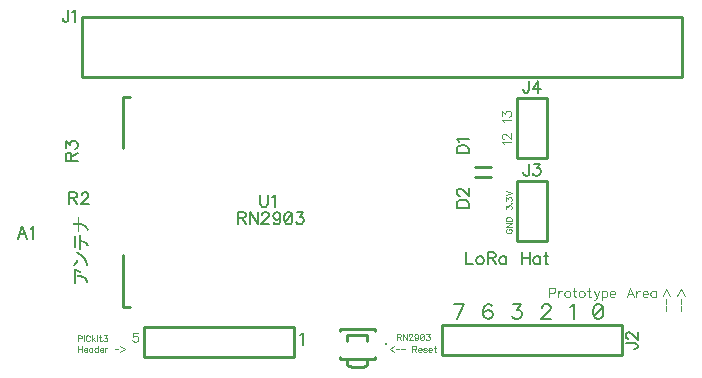
<source format=gbr>
G04 DipTrace 3.1.0.0*
G04 TopSilk.gbr*
%MOMM*%
G04 #@! TF.FileFunction,Legend,Top*
G04 #@! TF.Part,Single*
%ADD10C,0.254*%
%ADD13C,0.06667*%
%ADD31C,0.29999*%
%ADD75C,0.15686*%
%ADD76C,0.19608*%
%ADD77C,0.11765*%
%ADD78C,0.07843*%
%FSLAX35Y35*%
G04*
G71*
G90*
G75*
G01*
G04 TopSilk*
%LPD*%
X5179951Y2630054D2*
D10*
X5050051D1*
Y2539947D2*
X5179951D1*
X6796667Y3390001D2*
Y3898001D1*
X1716667Y3390001D2*
Y3898001D1*
X6796667D1*
X1716667Y3390001D2*
X6796667D1*
X6287001Y1287001D2*
X4763001D1*
X6287001Y1033001D2*
X4763001D1*
X6287001Y1287001D2*
Y1033001D1*
X4763001Y1287001D2*
Y1033001D1*
X5403001Y1999001D2*
X5657001D1*
X5403001Y2507001D2*
Y1999001D1*
Y2507001D2*
X5657001D1*
Y1999001D1*
Y3211001D2*
X5403001D1*
X5657001Y2703001D2*
Y3211001D1*
Y2703001D2*
X5403001D1*
Y3211001D1*
X2243334Y1274001D2*
Y1020001D1*
X3513334Y1274001D2*
X2243334D1*
X3513334Y1020001D2*
X2243334D1*
X3513334Y1274001D2*
Y1020001D1*
X4135009Y1205016D2*
X3965018D1*
X4200076Y1255001D2*
X3900044D1*
X4200076Y1005011D2*
X3900044D1*
X3965018Y1205016D2*
Y1154998D1*
X4135009Y1205016D2*
Y1154998D1*
X3900044Y1255001D2*
Y1239986D1*
X4200076Y1255001D2*
Y1239986D1*
X3900044Y1005011D2*
Y1019993D1*
X4200076Y1005011D2*
Y1019993D1*
X4135009Y1005011D2*
Y949988D1*
X4095011Y930001D1*
X4005062D1*
X3965018Y1005011D2*
Y949988D1*
X4005062Y930001D1*
D31*
X4290095Y1129989D3*
X2068476Y1885756D2*
D10*
Y1443879D1*
X2129067D1*
X2068476Y2784905D2*
Y3221789D1*
X2129067D1*
X1681334Y2204001D2*
D13*
X1688001D1*
X1681334Y2200667D2*
X1688001D1*
X1681334Y2197334D2*
X1688001D1*
X1681334Y2194001D2*
X1688001D1*
X1681334Y2190667D2*
X1688001D1*
X1681334Y2187334D2*
X1688001D1*
X1681334Y2184001D2*
X1688001D1*
X1681334Y2180667D2*
X1688001D1*
X1681334Y2177334D2*
X1688001D1*
X1681334Y2174001D2*
X1688001D1*
X1681334Y2170667D2*
X1688001D1*
X1681334Y2167334D2*
X1688001D1*
X1681334Y2164001D2*
X1688001D1*
X1681334Y2160667D2*
X1688001D1*
X1681334Y2157334D2*
X1688001D1*
X1644667Y2154001D2*
X1701951D1*
X1644667Y2150667D2*
X1713860D1*
X1644667Y2147334D2*
X1723177D1*
X1681334Y2144001D2*
X1688001D1*
X1710666D2*
X1730316D1*
X1681334Y2140667D2*
X1688001D1*
X1719152D2*
X1735913D1*
X1681334Y2137334D2*
X1688001D1*
X1726380D2*
X1740423D1*
X1681334Y2134001D2*
X1688001D1*
X1732234D2*
X1744286D1*
X1681334Y2130667D2*
X1688001D1*
X1736927D2*
X1747731D1*
X1681334Y2127334D2*
X1688001D1*
X1740885D2*
X1750715D1*
X1681334Y2124001D2*
X1688001D1*
X1744371D2*
X1753166D1*
X1681334Y2120667D2*
X1688001D1*
X1747372D2*
X1755232D1*
X1681334Y2117334D2*
X1688001D1*
X1749829D2*
X1757176D1*
X1681334Y2114001D2*
X1688001D1*
X1751897D2*
X1759230D1*
X1681334Y2110667D2*
X1688001D1*
X1753842D2*
X1761414D1*
X1681334Y2107334D2*
X1688001D1*
X1755887D2*
X1763552D1*
X1681334Y2104001D2*
X1688001D1*
X1757980D2*
X1765723D1*
X1681334Y2100667D2*
X1688001D1*
X1759787D2*
X1768001D1*
X1681334Y2097334D2*
X1688001D1*
X1761334D2*
X1764667D1*
X1681334Y2094001D2*
X1688001D1*
X1681334Y2090667D2*
X1688001D1*
X1681334Y2087334D2*
X1688001D1*
X1681334Y2084001D2*
X1688001D1*
X1694667Y2054001D2*
X1701334D1*
X1694667Y2050667D2*
X1701334D1*
X1694667Y2047334D2*
X1701334D1*
X1651334Y2044001D2*
X1658001D1*
X1694667D2*
X1701334D1*
X1651334Y2040667D2*
X1658001D1*
X1694667D2*
X1701334D1*
X1651334Y2037334D2*
X1658001D1*
X1694667D2*
X1701334D1*
X1651334Y2034001D2*
X1658001D1*
X1694667D2*
X1701334D1*
X1651334Y2030667D2*
X1658001D1*
X1694667D2*
X1701334D1*
X1651334Y2027334D2*
X1658001D1*
X1694667D2*
X1701334D1*
X1651334Y2024001D2*
X1658001D1*
X1694667D2*
X1701334D1*
X1651334Y2020667D2*
X1658001D1*
X1694667D2*
X1701334D1*
X1651334Y2017334D2*
X1658001D1*
X1694667D2*
X1701334D1*
X1651334Y2014001D2*
X1658001D1*
X1694667D2*
X1701334D1*
X1651334Y2010667D2*
X1658001D1*
X1694667D2*
X1701334D1*
X1651334Y2007334D2*
X1658001D1*
X1694667D2*
X1701334D1*
X1651334Y2004001D2*
X1658001D1*
X1694667D2*
X1716421D1*
X1651334Y2000667D2*
X1658001D1*
X1694667D2*
X1728771D1*
X1651334Y1997334D2*
X1658001D1*
X1694667D2*
X1738085D1*
X1651334Y1994001D2*
X1658001D1*
X1694667D2*
X1701334D1*
X1731194D2*
X1744897D1*
X1651334Y1990667D2*
X1658001D1*
X1694667D2*
X1701334D1*
X1737303D2*
X1749881D1*
X1651334Y1987334D2*
X1658001D1*
X1694667D2*
X1701334D1*
X1742603D2*
X1753586D1*
X1651334Y1984001D2*
X1658001D1*
X1694667D2*
X1701334D1*
X1746944D2*
X1756437D1*
X1651334Y1980667D2*
X1658001D1*
X1694667D2*
X1701334D1*
X1750384D2*
X1758912D1*
X1651334Y1977334D2*
X1658001D1*
X1694667D2*
X1701334D1*
X1753036D2*
X1761168D1*
X1651334Y1974001D2*
X1658001D1*
X1694667D2*
X1701334D1*
X1755181D2*
X1762982D1*
X1651334Y1970667D2*
X1658001D1*
X1694667D2*
X1701334D1*
X1757139D2*
X1764490D1*
X1651334Y1967334D2*
X1658001D1*
X1694667D2*
X1701334D1*
X1759167D2*
X1766141D1*
X1651334Y1964001D2*
X1658001D1*
X1694667D2*
X1701334D1*
X1761334D2*
X1768001D1*
X1651334Y1960667D2*
X1658001D1*
X1694667D2*
X1701334D1*
X1651334Y1957334D2*
X1658001D1*
X1694667D2*
X1701334D1*
X1651334Y1954001D2*
X1658001D1*
X1694667D2*
X1701334D1*
X1651334Y1950667D2*
X1658001D1*
X1694667D2*
X1701334D1*
X1651334Y1947334D2*
X1658001D1*
X1694667D2*
X1701334D1*
X1694667Y1944001D2*
X1701334D1*
X1694667Y1940667D2*
X1701334D1*
X1694667Y1937334D2*
X1701334D1*
X1694667Y1934001D2*
X1701334D1*
X1671334Y1907334D2*
X1678001D1*
X1673771Y1904001D2*
X1684540D1*
X1677413Y1900667D2*
X1690767D1*
X1682041Y1897334D2*
X1696504D1*
X1687036Y1894001D2*
X1701774D1*
X1692089Y1890667D2*
X1706623D1*
X1697120Y1887334D2*
X1711198D1*
X1702021Y1884001D2*
X1715732D1*
X1706595Y1880667D2*
X1720083D1*
X1710680Y1877334D2*
X1723952D1*
X1714392Y1874001D2*
X1727196D1*
X1717893Y1870667D2*
X1729882D1*
X1721281Y1867334D2*
X1732410D1*
X1724523Y1864001D2*
X1735068D1*
X1727441Y1860667D2*
X1737663D1*
X1729966Y1857334D2*
X1739942D1*
X1732328Y1854001D2*
X1741926D1*
X1734643Y1850667D2*
X1743740D1*
X1736752Y1847334D2*
X1745464D1*
X1738651Y1844001D2*
X1747143D1*
X1740429Y1840667D2*
X1748711D1*
X1671334Y1837334D2*
X1674667D1*
X1742139D2*
X1750063D1*
X1669539Y1834001D2*
X1678001D1*
X1743812D2*
X1751250D1*
X1667176Y1830667D2*
X1675807D1*
X1745379D2*
X1752543D1*
X1664445Y1827334D2*
X1673466D1*
X1746730D2*
X1753989D1*
X1661751Y1824001D2*
X1670777D1*
X1747917D2*
X1755450D1*
X1659316Y1820667D2*
X1667887D1*
X1749209D2*
X1756756D1*
X1656987Y1817334D2*
X1665126D1*
X1750656D2*
X1757913D1*
X1654672Y1814001D2*
X1662651D1*
X1752103D2*
X1759082D1*
X1652451Y1810667D2*
X1660209D1*
X1753306D2*
X1760115D1*
X1650124Y1807334D2*
X1657592D1*
X1754155D2*
X1760890D1*
X1647483Y1804001D2*
X1655087D1*
X1754953D2*
X1761741D1*
X1644667Y1800667D2*
X1653041D1*
X1755945D2*
X1763037D1*
X1648001Y1797334D2*
X1651334D1*
X1757006D2*
X1764667D1*
X1758001Y1794001D2*
X1761334D1*
X1651334Y1764001D2*
X1658001D1*
X1651334Y1760667D2*
X1667745D1*
X1651334Y1757334D2*
X1676313D1*
X1651334Y1754001D2*
X1658001D1*
X1664400D2*
X1683818D1*
X1651334Y1750667D2*
X1658001D1*
X1673403D2*
X1690360D1*
X1651334Y1747334D2*
X1658001D1*
X1681122D2*
X1695860D1*
X1651334Y1744001D2*
X1658001D1*
X1687539D2*
X1700462D1*
X1651334Y1740667D2*
X1658001D1*
X1693004D2*
X1704667D1*
X1651334Y1737334D2*
X1658001D1*
X1698001D2*
X1701334D1*
X1651334Y1734001D2*
X1658001D1*
X1651334Y1730667D2*
X1658001D1*
X1651334Y1727334D2*
X1658001D1*
X1651334Y1724001D2*
X1658001D1*
X1651334Y1720667D2*
X1658001D1*
X1651334Y1717334D2*
X1658001D1*
X1651334Y1714001D2*
X1658001D1*
X1651334Y1710667D2*
X1658001D1*
X1678001D2*
X1704667D1*
X1651334Y1707334D2*
X1658001D1*
X1678001D2*
X1715810D1*
X1651334Y1704001D2*
X1658001D1*
X1678001D2*
X1724791D1*
X1651334Y1700667D2*
X1658001D1*
X1699116D2*
X1731557D1*
X1651334Y1697334D2*
X1658001D1*
X1714868D2*
X1736660D1*
X1651334Y1694001D2*
X1658001D1*
X1725320D2*
X1740786D1*
X1651334Y1690667D2*
X1658001D1*
X1732151D2*
X1744335D1*
X1651334Y1687334D2*
X1658001D1*
X1737005D2*
X1747360D1*
X1651334Y1684001D2*
X1658001D1*
X1740840D2*
X1749825D1*
X1651334Y1680667D2*
X1658001D1*
X1743970D2*
X1751883D1*
X1651334Y1677334D2*
X1658001D1*
X1746473D2*
X1753725D1*
X1651334Y1674001D2*
X1658001D1*
X1748543D2*
X1755458D1*
X1651334Y1670667D2*
X1658001D1*
X1750390D2*
X1757154D1*
X1651334Y1667334D2*
X1658001D1*
X1752125D2*
X1758838D1*
X1651334Y1664001D2*
X1658001D1*
X1753810D2*
X1760597D1*
X1651334Y1660667D2*
X1658001D1*
X1755397D2*
X1762543D1*
X1651334Y1657334D2*
X1658001D1*
X1756789D2*
X1764667D1*
X1651334Y1654001D2*
X1658001D1*
X1758001D2*
X1761334D1*
X1651334Y1650667D2*
X1658001D1*
X1651334Y1647334D2*
X1658001D1*
X1681334Y2204001D2*
Y2200667D1*
Y2197334D1*
Y2194001D1*
Y2190667D1*
Y2187334D1*
Y2184001D1*
Y2180667D1*
Y2177334D1*
Y2174001D1*
Y2170667D1*
Y2167334D1*
Y2164001D1*
Y2160667D1*
Y2157334D1*
Y2154001D1*
X1644667D1*
Y2150667D1*
Y2147334D1*
Y2144001D1*
X1681334D1*
Y2140667D1*
Y2137334D1*
Y2134001D1*
Y2130667D1*
Y2127334D1*
Y2124001D1*
Y2120667D1*
Y2117334D1*
Y2114001D1*
Y2110667D1*
Y2107334D1*
Y2104001D1*
Y2100667D1*
Y2097334D1*
Y2094001D1*
Y2090667D1*
Y2087334D1*
Y2084001D1*
X1688001Y2204001D2*
Y2200667D1*
Y2197334D1*
Y2194001D1*
Y2190667D1*
Y2187334D1*
Y2184001D1*
Y2180667D1*
Y2177334D1*
Y2174001D1*
Y2170667D1*
Y2167334D1*
Y2164001D1*
Y2160667D1*
Y2157334D1*
X1701951Y2154001D1*
X1713860Y2150667D1*
X1723177Y2147334D1*
X1730316Y2144001D1*
X1735913Y2140667D1*
X1740423Y2137334D1*
X1744286Y2134001D1*
X1747731Y2130667D1*
X1750715Y2127334D1*
X1753166Y2124001D1*
X1755232Y2120667D1*
X1757176Y2117334D1*
X1759230Y2114001D1*
X1761414Y2110667D1*
X1763552Y2107334D1*
X1765723Y2104001D1*
X1768001Y2100667D1*
X1764667Y2097334D1*
X1688001Y2147334D2*
Y2144001D1*
Y2140667D1*
Y2137334D1*
Y2134001D1*
Y2130667D1*
Y2127334D1*
Y2124001D1*
Y2120667D1*
Y2117334D1*
Y2114001D1*
Y2110667D1*
Y2107334D1*
Y2104001D1*
Y2100667D1*
Y2097334D1*
Y2094001D1*
Y2090667D1*
Y2087334D1*
Y2084001D1*
X1701334Y2147334D2*
X1710666Y2144001D1*
X1719152Y2140667D1*
X1726380Y2137334D1*
X1732234Y2134001D1*
X1736927Y2130667D1*
X1740885Y2127334D1*
X1744371Y2124001D1*
X1747372Y2120667D1*
X1749829Y2117334D1*
X1751897Y2114001D1*
X1753842Y2110667D1*
X1755887Y2107334D1*
X1757980Y2104001D1*
X1759787Y2100667D1*
X1761334Y2097334D1*
X1694667Y2054001D2*
Y2050667D1*
Y2047334D1*
Y2044001D1*
Y2040667D1*
Y2037334D1*
Y2034001D1*
Y2030667D1*
Y2027334D1*
Y2024001D1*
Y2020667D1*
Y2017334D1*
Y2014001D1*
Y2010667D1*
Y2007334D1*
Y2004001D1*
Y2000667D1*
Y1997334D1*
Y1994001D1*
Y1990667D1*
Y1987334D1*
Y1984001D1*
Y1980667D1*
Y1977334D1*
Y1974001D1*
Y1970667D1*
Y1967334D1*
Y1964001D1*
Y1960667D1*
Y1957334D1*
Y1954001D1*
Y1950667D1*
Y1947334D1*
Y1944001D1*
Y1940667D1*
Y1937334D1*
Y1934001D1*
X1701334Y2054001D2*
Y2050667D1*
Y2047334D1*
Y2044001D1*
Y2040667D1*
Y2037334D1*
Y2034001D1*
Y2030667D1*
Y2027334D1*
Y2024001D1*
Y2020667D1*
Y2017334D1*
Y2014001D1*
Y2010667D1*
Y2007334D1*
X1716421Y2004001D1*
X1728771Y2000667D1*
X1738085Y1997334D1*
X1744897Y1994001D1*
X1749881Y1990667D1*
X1753586Y1987334D1*
X1756437Y1984001D1*
X1758912Y1980667D1*
X1761168Y1977334D1*
X1762982Y1974001D1*
X1764490Y1970667D1*
X1766141Y1967334D1*
X1768001Y1964001D1*
X1651334Y2044001D2*
Y2040667D1*
Y2037334D1*
Y2034001D1*
Y2030667D1*
Y2027334D1*
Y2024001D1*
Y2020667D1*
Y2017334D1*
Y2014001D1*
Y2010667D1*
Y2007334D1*
Y2004001D1*
Y2000667D1*
Y1997334D1*
Y1994001D1*
Y1990667D1*
Y1987334D1*
Y1984001D1*
Y1980667D1*
Y1977334D1*
Y1974001D1*
Y1970667D1*
Y1967334D1*
Y1964001D1*
Y1960667D1*
Y1957334D1*
Y1954001D1*
Y1950667D1*
Y1947334D1*
X1658001Y2044001D2*
Y2040667D1*
Y2037334D1*
Y2034001D1*
Y2030667D1*
Y2027334D1*
Y2024001D1*
Y2020667D1*
Y2017334D1*
Y2014001D1*
Y2010667D1*
Y2007334D1*
Y2004001D1*
Y2000667D1*
Y1997334D1*
Y1994001D1*
Y1990667D1*
Y1987334D1*
Y1984001D1*
Y1980667D1*
Y1977334D1*
Y1974001D1*
Y1970667D1*
Y1967334D1*
Y1964001D1*
Y1960667D1*
Y1957334D1*
Y1954001D1*
Y1950667D1*
Y1947334D1*
X1701334Y1997334D2*
Y1994001D1*
Y1990667D1*
Y1987334D1*
Y1984001D1*
Y1980667D1*
Y1977334D1*
Y1974001D1*
Y1970667D1*
Y1967334D1*
Y1964001D1*
Y1960667D1*
Y1957334D1*
Y1954001D1*
Y1950667D1*
Y1947334D1*
Y1944001D1*
Y1940667D1*
Y1937334D1*
Y1934001D1*
X1724667Y1997334D2*
X1731194Y1994001D1*
X1737303Y1990667D1*
X1742603Y1987334D1*
X1746944Y1984001D1*
X1750384Y1980667D1*
X1753036Y1977334D1*
X1755181Y1974001D1*
X1757139Y1970667D1*
X1759167Y1967334D1*
X1761334Y1964001D1*
X1671334Y1907334D2*
X1673771Y1904001D1*
X1677413Y1900667D1*
X1682041Y1897334D1*
X1687036Y1894001D1*
X1692089Y1890667D1*
X1697120Y1887334D1*
X1702021Y1884001D1*
X1706595Y1880667D1*
X1710680Y1877334D1*
X1714392Y1874001D1*
X1717893Y1870667D1*
X1721281Y1867334D1*
X1724523Y1864001D1*
X1727441Y1860667D1*
X1729966Y1857334D1*
X1732328Y1854001D1*
X1734643Y1850667D1*
X1736752Y1847334D1*
X1738651Y1844001D1*
X1740429Y1840667D1*
X1742139Y1837334D1*
X1743812Y1834001D1*
X1745379Y1830667D1*
X1746730Y1827334D1*
X1747917Y1824001D1*
X1749209Y1820667D1*
X1750656Y1817334D1*
X1752103Y1814001D1*
X1753306Y1810667D1*
X1754155Y1807334D1*
X1754953Y1804001D1*
X1755945Y1800667D1*
X1757006Y1797334D1*
X1758001Y1794001D1*
X1678001Y1907334D2*
X1684540Y1904001D1*
X1690767Y1900667D1*
X1696504Y1897334D1*
X1701774Y1894001D1*
X1706623Y1890667D1*
X1711198Y1887334D1*
X1715732Y1884001D1*
X1720083Y1880667D1*
X1723952Y1877334D1*
X1727196Y1874001D1*
X1729882Y1870667D1*
X1732410Y1867334D1*
X1735068Y1864001D1*
X1737663Y1860667D1*
X1739942Y1857334D1*
X1741926Y1854001D1*
X1743740Y1850667D1*
X1745464Y1847334D1*
X1747143Y1844001D1*
X1748711Y1840667D1*
X1750063Y1837334D1*
X1751250Y1834001D1*
X1752543Y1830667D1*
X1753989Y1827334D1*
X1755450Y1824001D1*
X1756756Y1820667D1*
X1757913Y1817334D1*
X1759082Y1814001D1*
X1760115Y1810667D1*
X1760890Y1807334D1*
X1761741Y1804001D1*
X1763037Y1800667D1*
X1764667Y1797334D1*
X1761334Y1794001D1*
X1671334Y1837334D2*
X1669539Y1834001D1*
X1667176Y1830667D1*
X1664445Y1827334D1*
X1661751Y1824001D1*
X1659316Y1820667D1*
X1656987Y1817334D1*
X1654672Y1814001D1*
X1652451Y1810667D1*
X1650124Y1807334D1*
X1647483Y1804001D1*
X1644667Y1800667D1*
X1648001Y1797334D1*
X1674667Y1837334D2*
X1678001Y1834001D1*
X1675807Y1830667D1*
X1673466Y1827334D1*
X1670777Y1824001D1*
X1667887Y1820667D1*
X1665126Y1817334D1*
X1662651Y1814001D1*
X1660209Y1810667D1*
X1657592Y1807334D1*
X1655087Y1804001D1*
X1653041Y1800667D1*
X1651334Y1797334D1*
Y1764001D2*
Y1760667D1*
Y1757334D1*
Y1754001D1*
Y1750667D1*
Y1747334D1*
Y1744001D1*
Y1740667D1*
Y1737334D1*
Y1734001D1*
Y1730667D1*
Y1727334D1*
Y1724001D1*
Y1720667D1*
Y1717334D1*
Y1714001D1*
Y1710667D1*
Y1707334D1*
Y1704001D1*
Y1700667D1*
Y1697334D1*
Y1694001D1*
Y1690667D1*
Y1687334D1*
Y1684001D1*
Y1680667D1*
Y1677334D1*
Y1674001D1*
Y1670667D1*
Y1667334D1*
Y1664001D1*
Y1660667D1*
Y1657334D1*
Y1654001D1*
Y1650667D1*
Y1647334D1*
X1658001Y1764001D2*
X1667745Y1760667D1*
X1676313Y1757334D1*
X1683818Y1754001D1*
X1690360Y1750667D1*
X1695860Y1747334D1*
X1700462Y1744001D1*
X1704667Y1740667D1*
X1701334Y1737334D1*
X1658001Y1757334D2*
Y1754001D1*
Y1750667D1*
Y1747334D1*
Y1744001D1*
Y1740667D1*
Y1737334D1*
Y1734001D1*
Y1730667D1*
Y1727334D1*
Y1724001D1*
Y1720667D1*
Y1717334D1*
Y1714001D1*
Y1710667D1*
Y1707334D1*
Y1704001D1*
Y1700667D1*
Y1697334D1*
Y1694001D1*
Y1690667D1*
Y1687334D1*
Y1684001D1*
Y1680667D1*
Y1677334D1*
Y1674001D1*
Y1670667D1*
Y1667334D1*
Y1664001D1*
Y1660667D1*
Y1657334D1*
Y1654001D1*
Y1650667D1*
Y1647334D1*
X1654667Y1757334D2*
X1664400Y1754001D1*
X1673403Y1750667D1*
X1681122Y1747334D1*
X1687539Y1744001D1*
X1693004Y1740667D1*
X1698001Y1737334D1*
X1678001Y1710667D2*
Y1707334D1*
Y1704001D1*
X1699116Y1700667D1*
X1714868Y1697334D1*
X1725320Y1694001D1*
X1732151Y1690667D1*
X1737005Y1687334D1*
X1740840Y1684001D1*
X1743970Y1680667D1*
X1746473Y1677334D1*
X1748543Y1674001D1*
X1750390Y1670667D1*
X1752125Y1667334D1*
X1753810Y1664001D1*
X1755397Y1660667D1*
X1756789Y1657334D1*
X1758001Y1654001D1*
X1704667Y1710667D2*
X1715810Y1707334D1*
X1724791Y1704001D1*
X1731557Y1700667D1*
X1736660Y1697334D1*
X1740786Y1694001D1*
X1744335Y1690667D1*
X1747360Y1687334D1*
X1749825Y1684001D1*
X1751883Y1680667D1*
X1753725Y1677334D1*
X1755458Y1674001D1*
X1757154Y1670667D1*
X1758838Y1667334D1*
X1760597Y1664001D1*
X1762543Y1660667D1*
X1764667Y1657334D1*
X1761334Y1654001D1*
X1252107Y2022093D2*
D75*
X1213136Y2124180D1*
X1174278Y2022093D1*
X1188878Y2056122D2*
X1237507D1*
X1283479Y2104639D2*
X1293250Y2109580D1*
X1307850Y2124068D1*
Y2022093D1*
X4891211Y2743127D2*
X4993299D1*
Y2777156D1*
X4988358Y2791756D1*
X4978699Y2801526D1*
X4968928Y2806356D1*
X4954441Y2811185D1*
X4930070D1*
X4915470Y2806356D1*
X4905811Y2801527D1*
X4896041Y2791756D1*
X4891211Y2777156D1*
Y2743127D1*
X4910753Y2842558D2*
X4905811Y2852328D1*
X4891324Y2866928D1*
X4993299D1*
X4891211Y2281229D2*
X4993299D1*
Y2315259D1*
X4988358Y2329859D1*
X4978699Y2339629D1*
X4968928Y2344459D1*
X4954441Y2349288D1*
X4930070D1*
X4915470Y2344459D1*
X4905811Y2339629D1*
X4896041Y2329859D1*
X4891211Y2315259D1*
Y2281229D1*
X4915582Y2385602D2*
X4910753D1*
X4900982Y2390431D1*
X4896153Y2395260D1*
X4891324Y2405031D1*
Y2424460D1*
X4896153Y2434119D1*
X4900982Y2438948D1*
X4910753Y2443889D1*
X4920411D1*
X4930182Y2438948D1*
X4944670Y2429289D1*
X4993299Y2380660D1*
Y2448719D1*
X1603110Y3956790D2*
Y3879073D1*
X1598281Y3864473D1*
X1593339Y3859644D1*
X1583681Y3854702D1*
X1573910D1*
X1564252Y3859644D1*
X1559422Y3864473D1*
X1554481Y3879073D1*
Y3888731D1*
X1634483Y3937248D2*
X1644253Y3942190D1*
X1658853Y3956678D1*
Y3854702D1*
X6321461Y1134600D2*
X6399178D1*
X6413778Y1129771D1*
X6418607Y1124829D1*
X6423548Y1115171D1*
Y1105400D1*
X6418607Y1095742D1*
X6413778Y1090912D1*
X6399178Y1085971D1*
X6389519D1*
X6345832Y1170914D2*
X6341002D1*
X6331232Y1175743D1*
X6326402Y1180572D1*
X6321573Y1190343D1*
Y1209772D1*
X6326402Y1219431D1*
X6331232Y1224260D1*
X6341002Y1229202D1*
X6350661D1*
X6360432Y1224260D1*
X6374919Y1214602D1*
X6423548Y1165972D1*
Y1234031D1*
X5504600Y2655790D2*
Y2578073D1*
X5499770Y2563473D1*
X5494829Y2558644D1*
X5485170Y2553702D1*
X5475400D1*
X5465741Y2558644D1*
X5460912Y2563473D1*
X5455970Y2578073D1*
Y2587731D1*
X5545743Y2655678D2*
X5599089D1*
X5570001Y2616819D1*
X5584601D1*
X5594260Y2611990D1*
X5599089Y2607161D1*
X5604031Y2592561D1*
Y2582902D1*
X5599089Y2568302D1*
X5589431Y2558531D1*
X5574831Y2553702D1*
X5560231D1*
X5545743Y2558531D1*
X5540914Y2563473D1*
X5535972Y2573131D1*
X5502185Y3359790D2*
Y3282073D1*
X5497356Y3267473D1*
X5492414Y3262644D1*
X5482756Y3257702D1*
X5472985D1*
X5463327Y3262644D1*
X5458497Y3267473D1*
X5453556Y3282073D1*
Y3291731D1*
X5582187Y3257702D2*
Y3359678D1*
X5533558Y3291731D1*
X5606445D1*
X1611256Y2366911D2*
X1654943D1*
X1669543Y2371853D1*
X1674485Y2376682D1*
X1679314Y2386340D1*
Y2396111D1*
X1674485Y2405770D1*
X1669543Y2410711D1*
X1654943Y2415540D1*
X1611256D1*
Y2313453D1*
X1645285Y2366911D2*
X1679314Y2313453D1*
X1715628Y2391170D2*
Y2395999D1*
X1720458Y2405770D1*
X1725287Y2410599D1*
X1735058Y2415428D1*
X1754487D1*
X1764145Y2410599D1*
X1768975Y2405770D1*
X1773916Y2395999D1*
Y2386340D1*
X1768975Y2376570D1*
X1759316Y2362082D1*
X1710687Y2313453D1*
X1778745D1*
X1629840Y2681256D2*
X1629841Y2724944D1*
X1624899Y2739544D1*
X1620070Y2744485D1*
X1610411Y2749315D1*
X1600641D1*
X1590982Y2744485D1*
X1586041Y2739544D1*
X1581211Y2724944D1*
Y2681256D1*
X1683299D1*
X1629841Y2715285D2*
X1683299Y2749314D1*
X1581324Y2790458D2*
Y2843804D1*
X1620182Y2814716D1*
Y2829316D1*
X1625011Y2838975D1*
X1629841Y2843804D1*
X1644441Y2848745D1*
X1654099D1*
X1668699Y2843804D1*
X1678470Y2834145D1*
X1683299Y2819545D1*
Y2804945D1*
X1678470Y2790458D1*
X1673528Y2785628D1*
X1663870Y2780687D1*
X3226083Y2389998D2*
Y2317111D1*
X3230912Y2302511D1*
X3240683Y2292852D1*
X3255283Y2287911D1*
X3264941D1*
X3279541Y2292852D1*
X3289312Y2302511D1*
X3294141Y2317111D1*
Y2389998D1*
X3325514Y2370457D2*
X3335285Y2375398D1*
X3349885Y2389886D1*
Y2287911D1*
X4894484Y1338923D2*
D76*
X4955271Y1466392D1*
X4870198D1*
X5190793Y1448282D2*
X5184756Y1460355D1*
X5166506Y1466392D1*
X5154433D1*
X5136183Y1460355D1*
X5123970Y1442105D1*
X5117933Y1411782D1*
Y1381459D1*
X5123970Y1357173D1*
X5136183Y1344959D1*
X5154433Y1338923D1*
X5160470D1*
X5178579Y1344959D1*
X5190793Y1357173D1*
X5196829Y1375423D1*
Y1381459D1*
X5190793Y1399709D1*
X5178579Y1411782D1*
X5160470Y1417819D1*
X5154433D1*
X5136183Y1411782D1*
X5123970Y1399709D1*
X5117933Y1381459D1*
X5371705Y1466392D2*
X5438387D1*
X5402028Y1417819D1*
X5420278D1*
X5432351Y1411782D1*
X5438387Y1405746D1*
X5444564Y1387496D1*
Y1375423D1*
X5438387Y1357173D1*
X5426314Y1344959D1*
X5408064Y1338923D1*
X5389814D1*
X5371705Y1344959D1*
X5365668Y1351136D1*
X5359491Y1363209D1*
X5613403Y1436069D2*
Y1442105D1*
X5619440Y1454319D1*
X5625477Y1460355D1*
X5637690Y1466392D1*
X5661977D1*
X5674050Y1460355D1*
X5680086Y1454319D1*
X5686263Y1442105D1*
Y1430032D1*
X5680086Y1417819D1*
X5668013Y1399709D1*
X5607227Y1338923D1*
X5692300D1*
X5854962Y1442105D2*
X5867175Y1448282D1*
X5885425Y1466392D1*
Y1338923D1*
X6084587Y1466392D2*
X6066337Y1460355D1*
X6054124Y1442105D1*
X6048087Y1411782D1*
Y1393532D1*
X6054124Y1363209D1*
X6066337Y1344959D1*
X6084587Y1338923D1*
X6096660D1*
X6114910Y1344959D1*
X6126984Y1363209D1*
X6133160Y1393532D1*
Y1411782D1*
X6126984Y1442105D1*
X6114910Y1460355D1*
X6096660Y1466392D1*
X6084587D1*
X6126984Y1442105D2*
X6054124Y1363209D1*
X4968237Y1905147D2*
D75*
Y1803059D1*
X5026525D1*
X5082156Y1871118D2*
X5072497Y1866289D1*
X5062726Y1856518D1*
X5057897Y1841918D1*
Y1832259D1*
X5062726Y1817659D1*
X5072497Y1808001D1*
X5082156Y1803059D1*
X5096756D1*
X5106526Y1808001D1*
X5116185Y1817659D1*
X5121126Y1832259D1*
Y1841918D1*
X5116185Y1856518D1*
X5106526Y1866289D1*
X5096756Y1871118D1*
X5082156D1*
X5152499Y1856518D2*
X5196187D1*
X5210787Y1861459D1*
X5215728Y1866289D1*
X5220557Y1875947D1*
Y1885718D1*
X5215728Y1895376D1*
X5210787Y1900318D1*
X5196187Y1905147D1*
X5152499D1*
Y1803059D1*
X5186528Y1856518D2*
X5220557Y1803059D1*
X5310218Y1871118D2*
Y1803059D1*
Y1856518D2*
X5300559Y1866289D1*
X5290789Y1871118D1*
X5276301D1*
X5266530Y1866289D1*
X5256872Y1856518D1*
X5251930Y1841918D1*
Y1832259D1*
X5256872Y1817659D1*
X5266530Y1808001D1*
X5276301Y1803059D1*
X5290789D1*
X5300559Y1808001D1*
X5310218Y1817659D1*
X5440347Y1905147D2*
Y1803059D1*
X5508406Y1905147D2*
Y1803059D1*
X5440347Y1856518D2*
X5508406D1*
X5598066Y1871118D2*
Y1803059D1*
Y1856518D2*
X5588408Y1866289D1*
X5578637Y1871118D1*
X5564149D1*
X5554378Y1866289D1*
X5544720Y1856518D1*
X5539778Y1841918D1*
Y1832259D1*
X5544720Y1817659D1*
X5554378Y1808001D1*
X5564149Y1803059D1*
X5578637D1*
X5588408Y1808001D1*
X5598066Y1817659D1*
X5644039Y1905147D2*
Y1822489D1*
X5648868Y1808001D1*
X5658639Y1803059D1*
X5668297D1*
X5629439Y1871118D2*
X5663468D1*
X5289708Y2819240D2*
D77*
X5286002Y2826568D1*
X5275137Y2837518D1*
X5351618D1*
X5293330Y2864753D2*
X5289709D1*
X5282380Y2868375D1*
X5278759Y2871997D1*
X5275137Y2879325D1*
Y2893897D1*
X5278759Y2901141D1*
X5282380Y2904763D1*
X5289709Y2908469D1*
X5296952D1*
X5304280Y2904763D1*
X5315146Y2897519D1*
X5351618Y2861047D1*
Y2912091D1*
X5289709Y3009688D2*
X5286002Y3017016D1*
X5275137Y3027966D1*
X5351618D1*
X5275137Y3058824D2*
Y3098833D1*
X5304280Y3077018D1*
Y3087968D1*
X5307902Y3095211D1*
X5311524Y3098833D1*
X5322474Y3102540D1*
X5329718D1*
X5340668Y3098833D1*
X5347996Y3091590D1*
X5351618Y3080640D1*
Y3069690D1*
X5347996Y3058824D1*
X5344290Y3055202D1*
X5337046Y3051496D1*
X5318567Y2103723D2*
D78*
X5313737Y2101308D1*
X5308852Y2096423D1*
X5306437Y2091594D1*
Y2081879D1*
X5308852Y2076994D1*
X5313737Y2072164D1*
X5318566Y2069694D1*
X5325866Y2067279D1*
X5338052D1*
X5345296Y2069694D1*
X5350181Y2072164D1*
X5355010Y2076994D1*
X5357481Y2081879D1*
Y2091594D1*
X5355010Y2096423D1*
X5350181Y2101308D1*
X5345296Y2103723D1*
X5338052D1*
Y2091594D1*
X5306437Y2153438D2*
X5357481D1*
X5306437Y2119409D1*
X5357481D1*
X5306437Y2169125D2*
X5357481Y2169124D1*
Y2186139D1*
X5355010Y2193439D1*
X5350181Y2198324D1*
X5345296Y2200739D1*
X5338052Y2203154D1*
X5325867D1*
X5318567Y2200739D1*
X5313737Y2198324D1*
X5308852Y2193439D1*
X5306437Y2186139D1*
Y2169125D1*
X5306493Y2273104D2*
Y2299777D1*
X5325923Y2285233D1*
Y2292533D1*
X5328337Y2297362D1*
X5330752Y2299777D1*
X5338052Y2302248D1*
X5342881D1*
X5350181Y2299777D1*
X5355066Y2294948D1*
X5357481Y2287648D1*
Y2280348D1*
X5355067Y2273104D1*
X5352596Y2270689D1*
X5347767Y2268218D1*
X5352596Y2320349D2*
X5355066Y2317934D1*
X5357481Y2320349D1*
X5355066Y2322819D1*
X5352596Y2320349D1*
X5306493Y2343391D2*
Y2370064D1*
X5325923Y2355520D1*
Y2362820D1*
X5328337Y2367650D1*
X5330752Y2370064D1*
X5338052Y2372535D1*
X5342881D1*
X5350181Y2370064D1*
X5355066Y2365235D1*
X5357481Y2357935D1*
Y2350635D1*
X5355066Y2343391D1*
X5352596Y2340976D1*
X5347767Y2338506D1*
X5306437Y2388221D2*
X5357481Y2407650D1*
X5306437Y2427080D1*
X3038237Y2196518D2*
D75*
X3081925D1*
X3096525Y2201459D1*
X3101466Y2206289D1*
X3106295Y2215947D1*
Y2225718D1*
X3101466Y2235376D1*
X3096525Y2240318D1*
X3081925Y2245147D1*
X3038237D1*
Y2143059D1*
X3072266Y2196518D2*
X3106295Y2143059D1*
X3205726Y2245147D2*
Y2143059D1*
X3137668Y2245147D1*
Y2143059D1*
X3242041Y2220776D2*
Y2225606D1*
X3246870Y2235376D1*
X3251699Y2240206D1*
X3261470Y2245035D1*
X3280899D1*
X3290557Y2240206D1*
X3295387Y2235376D1*
X3300328Y2225606D1*
Y2215947D1*
X3295387Y2206176D1*
X3285728Y2191689D1*
X3237099Y2143059D1*
X3305157D1*
X3399759Y2211118D2*
X3394818Y2196518D1*
X3385159Y2186747D1*
X3370559Y2181918D1*
X3365730D1*
X3351130Y2186747D1*
X3341472Y2196518D1*
X3336530Y2211118D1*
Y2215947D1*
X3341472Y2230547D1*
X3351130Y2240206D1*
X3365730Y2245035D1*
X3370559D1*
X3385159Y2240206D1*
X3394818Y2230547D1*
X3399759Y2211118D1*
Y2186747D1*
X3394818Y2162489D1*
X3385159Y2147889D1*
X3370559Y2143059D1*
X3360901D1*
X3346301Y2147889D1*
X3341472Y2157659D1*
X3460332Y2245035D2*
X3445732Y2240206D1*
X3435961Y2225606D1*
X3431132Y2201347D1*
Y2186747D1*
X3435961Y2162489D1*
X3445732Y2147889D1*
X3460332Y2143059D1*
X3469990D1*
X3484590Y2147889D1*
X3494249Y2162489D1*
X3499190Y2186747D1*
Y2201347D1*
X3494249Y2225606D1*
X3484590Y2240206D1*
X3469990Y2245035D1*
X3460332D1*
X3494249Y2225606D2*
X3435961Y2162489D1*
X3540334Y2245035D2*
X3593680D1*
X3564592Y2206176D1*
X3579192D1*
X3588851Y2201347D1*
X3593680Y2196518D1*
X3598621Y2181918D1*
Y2172259D1*
X3593680Y2157659D1*
X3584021Y2147889D1*
X3569421Y2143059D1*
X3554821D1*
X3540334Y2147889D1*
X3535504Y2152830D1*
X3530563Y2162489D1*
X5676276Y1563668D2*
D77*
X5709126D1*
X5719992Y1567290D1*
X5723698Y1570996D1*
X5727320Y1578240D1*
Y1589190D1*
X5723698Y1596434D1*
X5719992Y1600140D1*
X5709126Y1603762D1*
X5676276D1*
Y1527196D1*
X5750849Y1578240D2*
Y1527196D1*
Y1556340D2*
X5754556Y1567290D1*
X5761799Y1574618D1*
X5769128Y1578240D1*
X5780078D1*
X5821801D2*
X5814557Y1574618D1*
X5807229Y1567290D1*
X5803607Y1556340D1*
Y1549096D1*
X5807229Y1538146D1*
X5814557Y1530903D1*
X5821801Y1527196D1*
X5832751D1*
X5840079Y1530903D1*
X5847323Y1538146D1*
X5851029Y1549096D1*
Y1556340D1*
X5847323Y1567290D1*
X5840079Y1574618D1*
X5832751Y1578240D1*
X5821801D1*
X5885508Y1603762D2*
Y1541768D1*
X5889130Y1530903D1*
X5896458Y1527196D1*
X5903702D1*
X5874558Y1578240D2*
X5900080D1*
X5945425D2*
X5938182Y1574618D1*
X5930853Y1567290D1*
X5927232Y1556340D1*
Y1549096D1*
X5930853Y1538146D1*
X5938182Y1530903D1*
X5945425Y1527196D1*
X5956375D1*
X5963703Y1530903D1*
X5970947Y1538146D1*
X5974653Y1549096D1*
Y1556340D1*
X5970947Y1567290D1*
X5963703Y1574618D1*
X5956375Y1578240D1*
X5945425D1*
X6009133Y1603762D2*
Y1541768D1*
X6012755Y1530903D1*
X6020083Y1527196D1*
X6027327D1*
X5998183Y1578240D2*
X6023705D1*
X6054562D2*
X6076378Y1527196D1*
X6069134Y1512624D1*
X6061806Y1505296D1*
X6054562Y1501674D1*
X6050856D1*
X6098278Y1578240D2*
X6076378Y1527196D1*
X6121807Y1578240D2*
Y1501674D1*
Y1567290D2*
X6129136Y1574534D1*
X6136379Y1578240D1*
X6147329D1*
X6154657Y1574534D1*
X6161901Y1567290D1*
X6165607Y1556340D1*
Y1549012D1*
X6161901Y1538146D1*
X6154657Y1530818D1*
X6147329Y1527196D1*
X6136379D1*
X6129136Y1530818D1*
X6121807Y1538146D1*
X6189137Y1556340D2*
X6232853D1*
Y1563668D1*
X6229231Y1570996D1*
X6225609Y1574618D1*
X6218281Y1578240D1*
X6207331D1*
X6200087Y1574618D1*
X6192759Y1567290D1*
X6189137Y1556340D1*
Y1549096D1*
X6192759Y1538146D1*
X6200087Y1530903D1*
X6207331Y1527196D1*
X6218281D1*
X6225609Y1530903D1*
X6232853Y1538146D1*
X6388822Y1527196D2*
X6359594Y1603762D1*
X6330450Y1527196D1*
X6341400Y1552718D2*
X6377872D1*
X6412351Y1578240D2*
Y1527196D1*
Y1556340D2*
X6416057Y1567290D1*
X6423301Y1574618D1*
X6430629Y1578240D1*
X6441579D1*
X6465109Y1556340D2*
X6508825D1*
Y1563668D1*
X6505203Y1570996D1*
X6501581Y1574618D1*
X6494253Y1578240D1*
X6483303D1*
X6476059Y1574618D1*
X6468731Y1567290D1*
X6465109Y1556340D1*
Y1549096D1*
X6468731Y1538146D1*
X6476059Y1530903D1*
X6483303Y1527196D1*
X6494253D1*
X6501581Y1530903D1*
X6508825Y1538146D1*
X6576070Y1578240D2*
Y1527196D1*
Y1567290D2*
X6568826Y1574618D1*
X6561498Y1578240D1*
X6550632D1*
X6543304Y1574618D1*
X6536060Y1567290D1*
X6532354Y1556340D1*
Y1549096D1*
X6536060Y1538146D1*
X6543304Y1530903D1*
X6550632Y1527196D1*
X6561498D1*
X6568826Y1530903D1*
X6576070Y1538146D1*
X6667817Y1405883D2*
Y1447999D1*
Y1471528D2*
Y1513643D1*
X6635010Y1537173D2*
X6667859Y1595460D1*
X6700625Y1537173D1*
X6787817Y1405883D2*
Y1447999D1*
Y1471528D2*
Y1513643D1*
X6755010Y1537173D2*
X6787859Y1595460D1*
X6820625Y1537173D1*
X1684315Y1175648D2*
D78*
X1706215D1*
X1713459Y1178063D1*
X1715930Y1180533D1*
X1718345Y1185363D1*
Y1192663D1*
X1715930Y1197492D1*
X1713459Y1199963D1*
X1706215Y1202377D1*
X1684315D1*
Y1151333D1*
X1734031Y1202377D2*
Y1151333D1*
X1786161Y1190248D2*
X1783746Y1195077D1*
X1778861Y1199963D1*
X1774032Y1202377D1*
X1764317D1*
X1759432Y1199963D1*
X1754603Y1195077D1*
X1752132Y1190248D1*
X1749717Y1182948D1*
Y1170763D1*
X1752132Y1163519D1*
X1754603Y1158633D1*
X1759432Y1153804D1*
X1764317Y1151333D1*
X1774032D1*
X1778861Y1153804D1*
X1783746Y1158633D1*
X1786161Y1163519D1*
X1801847Y1202377D2*
Y1151333D1*
X1826162Y1185363D2*
X1801847Y1161048D1*
X1811562Y1170763D2*
X1828577Y1151333D1*
X1844263Y1202377D2*
X1846677Y1199963D1*
X1849148Y1202377D1*
X1846677Y1204848D1*
X1844263Y1202377D1*
X1846677Y1185363D2*
Y1151333D1*
X1872135Y1202377D2*
Y1161048D1*
X1874549Y1153804D1*
X1879435Y1151333D1*
X1884264D1*
X1864835Y1185363D2*
X1881849D1*
X1904835Y1202321D2*
X1931508D1*
X1916965Y1182892D1*
X1924265D1*
X1929094Y1180477D1*
X1931508Y1178063D1*
X1933979Y1170763D1*
Y1165933D1*
X1931508Y1158633D1*
X1926679Y1153748D1*
X1919379Y1151333D1*
X1912079D1*
X1904835Y1153748D1*
X1902421Y1156219D1*
X1899950Y1161048D1*
X1684315Y1112377D2*
Y1061333D1*
X1718345Y1112377D2*
Y1061333D1*
X1684315Y1088063D2*
X1718345D1*
X1734031Y1080763D2*
X1763175D1*
Y1085648D1*
X1760760Y1090533D1*
X1758346Y1092948D1*
X1753460Y1095363D1*
X1746160D1*
X1741331Y1092948D1*
X1736446Y1088063D1*
X1734031Y1080763D1*
Y1075933D1*
X1736446Y1068633D1*
X1741331Y1063804D1*
X1746160Y1061333D1*
X1753460D1*
X1758346Y1063804D1*
X1763175Y1068633D1*
X1808005Y1095363D2*
Y1061333D1*
Y1088063D2*
X1803176Y1092948D1*
X1798290Y1095363D1*
X1791046D1*
X1786161Y1092948D1*
X1781332Y1088063D1*
X1778861Y1080763D1*
Y1075933D1*
X1781332Y1068633D1*
X1786161Y1063804D1*
X1791046Y1061333D1*
X1798290D1*
X1803176Y1063804D1*
X1808005Y1068633D1*
X1852835Y1112377D2*
Y1061333D1*
Y1088063D2*
X1848006Y1092948D1*
X1843120Y1095363D1*
X1835820D1*
X1830991Y1092948D1*
X1826106Y1088063D1*
X1823691Y1080763D1*
Y1075933D1*
X1826106Y1068633D1*
X1830991Y1063804D1*
X1835820Y1061333D1*
X1843120D1*
X1848006Y1063804D1*
X1852835Y1068633D1*
X1868521Y1080763D2*
X1897665D1*
Y1085648D1*
X1895251Y1090533D1*
X1892836Y1092948D1*
X1887951Y1095363D1*
X1880651D1*
X1875821Y1092948D1*
X1870936Y1088063D1*
X1868521Y1080763D1*
Y1075933D1*
X1870936Y1068633D1*
X1875821Y1063804D1*
X1880651Y1061333D1*
X1887951D1*
X1892836Y1063804D1*
X1897665Y1068633D1*
X1913351Y1095363D2*
Y1061333D1*
Y1080763D2*
X1915822Y1088063D1*
X1920651Y1092948D1*
X1925537Y1095363D1*
X1932837D1*
X1997902Y1086827D2*
X2025979D1*
X2041665Y1108699D2*
X2080523Y1086799D1*
X2041665Y1064955D1*
X3568237Y1205606D2*
D75*
X3578008Y1210547D1*
X3592608Y1225035D1*
Y1123059D1*
X2189992Y1223678D2*
D77*
X2153604D1*
X2149982Y1190912D1*
X2153604Y1194534D1*
X2164554Y1198240D1*
X2175420D1*
X2186370Y1194534D1*
X2193698Y1187290D1*
X2197320Y1176340D1*
Y1169096D1*
X2193698Y1158146D1*
X2186370Y1150818D1*
X2175420Y1147196D1*
X2164554D1*
X2153604Y1150818D1*
X2149982Y1154524D1*
X2146276Y1161768D1*
X4384315Y1188063D2*
D78*
X4406159D1*
X4413459Y1190533D1*
X4415930Y1192948D1*
X4418345Y1197777D1*
Y1202663D1*
X4415930Y1207492D1*
X4413459Y1209963D1*
X4406159Y1212377D1*
X4384315D1*
Y1161333D1*
X4401330Y1188063D2*
X4418345Y1161333D1*
X4468060Y1212377D2*
Y1161333D1*
X4434031Y1212377D1*
Y1161333D1*
X4486217Y1200192D2*
Y1202606D1*
X4488632Y1207492D1*
X4491046Y1209906D1*
X4495932Y1212321D1*
X4505646D1*
X4510476Y1209906D1*
X4512890Y1207492D1*
X4515361Y1202606D1*
Y1197777D1*
X4512890Y1192892D1*
X4508061Y1185648D1*
X4483746Y1161333D1*
X4517776D1*
X4565077Y1195363D2*
X4562606Y1188063D1*
X4557777Y1183177D1*
X4550477Y1180763D1*
X4548062D1*
X4540762Y1183177D1*
X4535933Y1188063D1*
X4533462Y1195363D1*
Y1197777D1*
X4535933Y1205077D1*
X4540762Y1209906D1*
X4548062Y1212321D1*
X4550477D1*
X4557777Y1209906D1*
X4562606Y1205077D1*
X4565077Y1195363D1*
Y1183177D1*
X4562606Y1171048D1*
X4557777Y1163748D1*
X4550477Y1161333D1*
X4545647D1*
X4538347Y1163748D1*
X4535933Y1168633D1*
X4595363Y1212321D2*
X4588063Y1209906D1*
X4583177Y1202606D1*
X4580763Y1190477D1*
Y1183177D1*
X4583177Y1171048D1*
X4588063Y1163748D1*
X4595363Y1161333D1*
X4600192D1*
X4607492Y1163748D1*
X4612321Y1171048D1*
X4614792Y1183177D1*
Y1190477D1*
X4612321Y1202606D1*
X4607492Y1209906D1*
X4600192Y1212321D1*
X4595363D1*
X4612321Y1202606D2*
X4583177Y1171048D1*
X4635364Y1212321D2*
X4662037D1*
X4647493Y1192892D1*
X4654793D1*
X4659622Y1190477D1*
X4662037Y1188063D1*
X4664508Y1180763D1*
Y1175933D1*
X4662037Y1168633D1*
X4657208Y1163748D1*
X4649908Y1161333D1*
X4642608D1*
X4635364Y1163748D1*
X4632949Y1166219D1*
X4630478Y1171048D1*
X4363174Y1108699D2*
X4324315Y1086799D1*
X4363174Y1064955D1*
X4378860Y1086827D2*
X4406937D1*
X4422623D2*
X4450700D1*
X4515765Y1088063D2*
X4537609D1*
X4544909Y1090533D1*
X4547380Y1092948D1*
X4549794Y1097777D1*
Y1102663D1*
X4547380Y1107492D1*
X4544909Y1109963D1*
X4537609Y1112377D1*
X4515765D1*
Y1061333D1*
X4532780Y1088063D2*
X4549794Y1061333D1*
X4565481Y1080763D2*
X4594625D1*
Y1085648D1*
X4592210Y1090533D1*
X4589795Y1092948D1*
X4584910Y1095363D1*
X4577610D1*
X4572781Y1092948D1*
X4567895Y1088063D1*
X4565481Y1080763D1*
Y1075933D1*
X4567895Y1068633D1*
X4572781Y1063804D1*
X4577610Y1061333D1*
X4584910D1*
X4589795Y1063804D1*
X4594625Y1068633D1*
X4637040Y1088063D2*
X4634625Y1092948D1*
X4627325Y1095363D1*
X4620025D1*
X4612725Y1092948D1*
X4610311Y1088063D1*
X4612725Y1083233D1*
X4617611Y1080763D1*
X4629740Y1078348D1*
X4634625Y1075933D1*
X4637040Y1071048D1*
Y1068633D1*
X4634625Y1063804D1*
X4627325Y1061333D1*
X4620025D1*
X4612725Y1063804D1*
X4610311Y1068633D1*
X4652726Y1080763D2*
X4681870D1*
Y1085648D1*
X4679456Y1090533D1*
X4677041Y1092948D1*
X4672156Y1095363D1*
X4664856D1*
X4660026Y1092948D1*
X4655141Y1088063D1*
X4652726Y1080763D1*
Y1075933D1*
X4655141Y1068633D1*
X4660026Y1063804D1*
X4664856Y1061333D1*
X4672156D1*
X4677041Y1063804D1*
X4681870Y1068633D1*
X4704856Y1112377D2*
Y1071048D1*
X4707271Y1063804D1*
X4712156Y1061333D1*
X4716986D1*
X4697556Y1095363D2*
X4714571D1*
M02*

</source>
